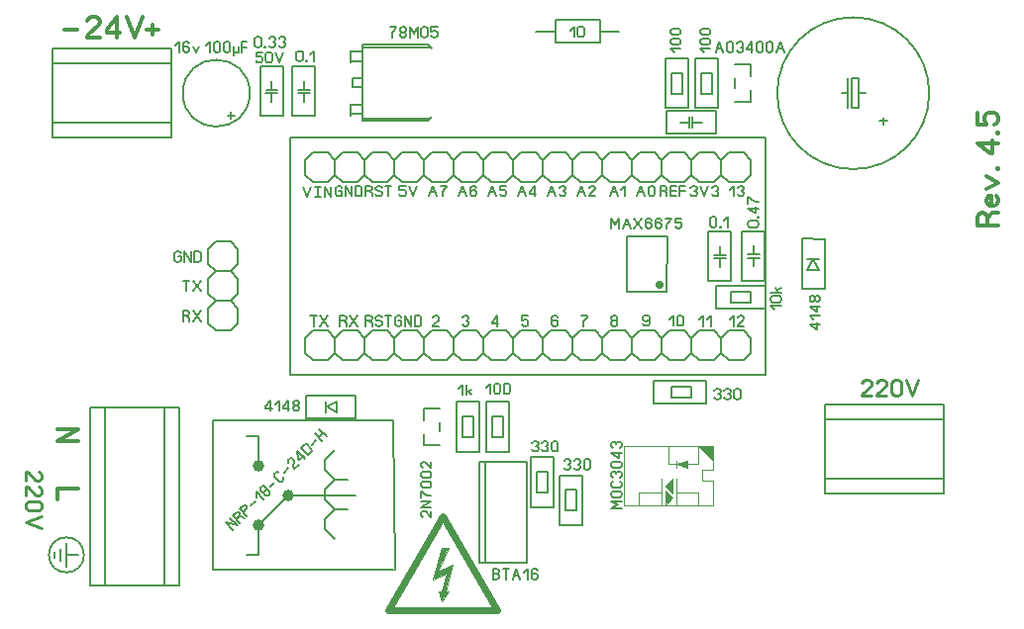
<source format=gbr>
%FSLAX34Y34*%
%MOMM*%
%LNSILK_TOP*%
G71*
G01*
%ADD10C, 0.20*%
%ADD11C, 0.16*%
%ADD12C, 0.70*%
%ADD13C, 0.00*%
%ADD14C, 1.00*%
%ADD15C, 0.15*%
%ADD16C, 0.10*%
%ADD17C, 0.24*%
%ADD18C, 0.32*%
%ADD19C, 0.60*%
%LPD*%
G54D10*
X705330Y831947D02*
X699030Y838247D01*
X686230Y838247D01*
X679930Y831947D01*
X679930Y819147D01*
X686230Y812847D01*
X699030Y812847D01*
X705330Y819147D01*
X705330Y831947D01*
G54D10*
X679930Y831947D02*
X673630Y838247D01*
X660830Y838247D01*
X654530Y831947D01*
X654530Y819147D01*
X660830Y812847D01*
X673630Y812847D01*
X679930Y819147D01*
X679930Y831947D01*
G54D10*
X654530Y831947D02*
X648230Y838247D01*
X635430Y838247D01*
X629130Y831947D01*
X629130Y819147D01*
X635430Y812847D01*
X648230Y812847D01*
X654530Y819147D01*
X654530Y831947D01*
G54D10*
X629130Y831947D02*
X622830Y838247D01*
X610030Y838247D01*
X603730Y831947D01*
X603730Y819147D01*
X610030Y812847D01*
X622830Y812847D01*
X629130Y819147D01*
X629130Y831947D01*
G54D10*
X603730Y831947D02*
X597430Y838247D01*
X584630Y838247D01*
X578330Y831947D01*
X578330Y819147D01*
X584630Y812847D01*
X597430Y812847D01*
X603730Y819147D01*
X603730Y831947D01*
G54D10*
X578330Y831947D02*
X572030Y838247D01*
X559230Y838247D01*
X552930Y831947D01*
X552930Y819147D01*
X559230Y812847D01*
X572030Y812847D01*
X578330Y819147D01*
X578330Y831947D01*
G54D10*
X552930Y831947D02*
X546630Y838247D01*
X533830Y838247D01*
X527530Y831947D01*
X527530Y819147D01*
X533830Y812847D01*
X546630Y812847D01*
X552930Y819147D01*
X552930Y831947D01*
G54D10*
X527530Y831947D02*
X521230Y838247D01*
X508430Y838247D01*
X502130Y831947D01*
X502130Y819147D01*
X508430Y812847D01*
X521230Y812847D01*
X527530Y819147D01*
X527530Y831947D01*
G54D10*
X502130Y831947D02*
X495830Y838247D01*
X483030Y838247D01*
X476730Y831947D01*
X476730Y819147D01*
X483030Y812847D01*
X495830Y812847D01*
X502130Y819147D01*
X502130Y831947D01*
G54D10*
X476730Y831947D02*
X470430Y838247D01*
X457630Y838247D01*
X451330Y831947D01*
X451330Y819147D01*
X457630Y812847D01*
X470430Y812847D01*
X476730Y819147D01*
X476730Y831947D01*
G54D10*
X705330Y679547D02*
X699030Y685847D01*
X686230Y685847D01*
X679930Y679547D01*
X679930Y666747D01*
X686230Y660447D01*
X699030Y660447D01*
X705330Y666747D01*
X705330Y679547D01*
G54D10*
X679930Y679547D02*
X673630Y685847D01*
X660830Y685847D01*
X654530Y679547D01*
X654530Y666747D01*
X660830Y660447D01*
X673630Y660447D01*
X679930Y666747D01*
X679930Y679547D01*
G54D10*
X654530Y679547D02*
X648230Y685847D01*
X635430Y685847D01*
X629130Y679547D01*
X629130Y666747D01*
X635430Y660447D01*
X648230Y660447D01*
X654530Y666747D01*
X654530Y679547D01*
G54D10*
X629130Y679547D02*
X622830Y685847D01*
X610030Y685847D01*
X603730Y679547D01*
X603730Y666747D01*
X610030Y660447D01*
X622830Y660447D01*
X629130Y666747D01*
X629130Y679547D01*
G54D10*
X603730Y679547D02*
X597430Y685847D01*
X584630Y685847D01*
X578330Y679547D01*
X578330Y666747D01*
X584630Y660447D01*
X597430Y660447D01*
X603730Y666747D01*
X603730Y679547D01*
G54D10*
X578330Y679547D02*
X572030Y685847D01*
X559230Y685847D01*
X552930Y679547D01*
X552930Y666747D01*
X559230Y660447D01*
X572030Y660447D01*
X578330Y666747D01*
X578330Y679547D01*
G54D10*
X552930Y679547D02*
X546630Y685847D01*
X533830Y685847D01*
X527530Y679547D01*
X527530Y666747D01*
X533830Y660447D01*
X546630Y660447D01*
X552930Y666747D01*
X552930Y679547D01*
G54D10*
X527530Y679547D02*
X521230Y685847D01*
X508430Y685847D01*
X502130Y679547D01*
X502130Y666747D01*
X508430Y660447D01*
X521230Y660447D01*
X527530Y666747D01*
X527530Y679547D01*
G54D10*
X502130Y679547D02*
X495830Y685847D01*
X483030Y685847D01*
X476730Y679547D01*
X476730Y666747D01*
X483030Y660447D01*
X495830Y660447D01*
X502130Y666747D01*
X502130Y679547D01*
G54D10*
X476730Y679547D02*
X470430Y685847D01*
X457630Y685847D01*
X451330Y679547D01*
X451330Y666747D01*
X457630Y660447D01*
X470430Y660447D01*
X476730Y666747D01*
X476730Y679547D01*
G54D10*
X451330Y831947D02*
X445030Y838247D01*
X432230Y838247D01*
X425930Y831947D01*
X425930Y819147D01*
X432230Y812847D01*
X445030Y812847D01*
X451330Y819147D01*
X451330Y831947D01*
G54D10*
X425930Y831947D02*
X419630Y838247D01*
X406830Y838247D01*
X400530Y831947D01*
X400530Y819147D01*
X406830Y812847D01*
X419630Y812847D01*
X425930Y819147D01*
X425930Y831947D01*
G54D10*
X400530Y831947D02*
X394230Y838247D01*
X381430Y838247D01*
X375130Y831947D01*
X375130Y819147D01*
X381430Y812847D01*
X394230Y812847D01*
X400530Y819147D01*
X400530Y831947D01*
G54D10*
X375130Y831947D02*
X368830Y838247D01*
X356030Y838247D01*
X349730Y831947D01*
X349730Y819147D01*
X356030Y812847D01*
X368830Y812847D01*
X375130Y819147D01*
X375130Y831947D01*
G54D10*
X349730Y831947D02*
X343430Y838247D01*
X330630Y838247D01*
X324330Y831947D01*
X324330Y819147D01*
X330630Y812847D01*
X343430Y812847D01*
X349730Y819147D01*
X349730Y831947D01*
G54D10*
X451330Y679547D02*
X445030Y685847D01*
X432230Y685847D01*
X425930Y679547D01*
X425930Y666747D01*
X432230Y660447D01*
X445030Y660447D01*
X451330Y666747D01*
X451330Y679547D01*
G54D10*
X425930Y679547D02*
X419630Y685847D01*
X406830Y685847D01*
X400530Y679547D01*
X400530Y666747D01*
X406830Y660447D01*
X419630Y660447D01*
X425930Y666747D01*
X425930Y679547D01*
G54D10*
X400530Y679547D02*
X394230Y685847D01*
X381430Y685847D01*
X375130Y679547D01*
X375130Y666747D01*
X381430Y660447D01*
X394230Y660447D01*
X400530Y666747D01*
X400530Y679547D01*
G54D10*
X375130Y679547D02*
X368830Y685847D01*
X356030Y685847D01*
X349730Y679547D01*
X349730Y666747D01*
X356030Y660447D01*
X368830Y660447D01*
X375130Y666747D01*
X375130Y679547D01*
G54D10*
X349730Y679547D02*
X343430Y685847D01*
X330630Y685847D01*
X324330Y679547D01*
X324330Y666747D01*
X330630Y660447D01*
X343430Y660447D01*
X349730Y666747D01*
X349730Y679547D01*
G54D10*
X718030Y850947D02*
X718030Y647747D01*
X311630Y647747D01*
X311630Y850947D01*
X718030Y850947D01*
G54D11*
X687512Y695213D02*
X690846Y698547D01*
X690846Y689658D01*
G54D11*
X699290Y689658D02*
X693956Y689658D01*
X693956Y690213D01*
X694623Y691324D01*
X698623Y694658D01*
X699290Y695769D01*
X699290Y696880D01*
X698623Y697991D01*
X697290Y698547D01*
X695956Y698547D01*
X694623Y697991D01*
X693956Y696880D01*
G54D11*
X661172Y695301D02*
X664505Y698634D01*
X664505Y689746D01*
G54D11*
X667616Y695301D02*
X670949Y698635D01*
X670949Y689746D01*
G54D11*
X589030Y694102D02*
X587696Y694102D01*
X586363Y694658D01*
X585696Y695769D01*
X585696Y696880D01*
X586363Y697991D01*
X587696Y698547D01*
X589030Y698547D01*
X590363Y697991D01*
X591030Y696880D01*
X591030Y695769D01*
X590363Y694658D01*
X589030Y694102D01*
X590363Y693547D01*
X591029Y692436D01*
X591030Y691325D01*
X590363Y690214D01*
X589030Y689658D01*
X587696Y689658D01*
X586363Y690214D01*
X585696Y691325D01*
X585696Y692436D01*
X586363Y693547D01*
X587696Y694102D01*
G54D11*
X560290Y698456D02*
X565624Y698456D01*
X564957Y697345D01*
X563624Y695678D01*
X562290Y693456D01*
X561624Y691789D01*
X561624Y689567D01*
G54D11*
X540230Y696880D02*
X539563Y697991D01*
X538229Y698547D01*
X536896Y698547D01*
X535563Y697991D01*
X534896Y696880D01*
X534896Y694102D01*
X534896Y693547D01*
X536896Y694658D01*
X538230Y694658D01*
X539563Y694102D01*
X540229Y692991D01*
X540229Y691325D01*
X539563Y690214D01*
X538230Y689658D01*
X536896Y689658D01*
X535563Y690214D01*
X534896Y691325D01*
X534896Y694102D01*
G54D11*
X514830Y698547D02*
X509496Y698547D01*
X509496Y694658D01*
X510163Y694658D01*
X511496Y695214D01*
X512830Y695214D01*
X514163Y694658D01*
X514829Y693547D01*
X514830Y691325D01*
X514163Y690214D01*
X512830Y689658D01*
X511496Y689658D01*
X510163Y690214D01*
X509496Y691325D01*
G54D11*
X488187Y689571D02*
X488187Y698460D01*
X484187Y692904D01*
X484187Y691793D01*
X489520Y691793D01*
G54D11*
X458611Y696880D02*
X459278Y697991D01*
X460611Y698547D01*
X461944Y698547D01*
X463278Y697991D01*
X463944Y696880D01*
X463944Y695769D01*
X463278Y694658D01*
X461944Y694102D01*
X463278Y693547D01*
X463944Y692436D01*
X463944Y691325D01*
X463278Y690214D01*
X461944Y689658D01*
X460611Y689658D01*
X459278Y690214D01*
X458611Y691325D01*
G54D11*
X438630Y689658D02*
X433296Y689658D01*
X433296Y690214D01*
X433963Y691325D01*
X437963Y694658D01*
X438629Y695769D01*
X438630Y696880D01*
X437963Y697991D01*
X436630Y698547D01*
X435296Y698547D01*
X433963Y697991D01*
X433296Y696880D01*
G54D11*
X403867Y694102D02*
X406534Y694102D01*
X406533Y691325D01*
X405867Y690214D01*
X404534Y689658D01*
X403200Y689658D01*
X401867Y690214D01*
X401200Y691325D01*
X401200Y696880D01*
X401867Y697991D01*
X403200Y698547D01*
X404534Y698547D01*
X405867Y697991D01*
X406533Y696880D01*
G54D11*
X409644Y689658D02*
X409644Y698547D01*
X414978Y689658D01*
X414977Y698547D01*
G54D11*
X418088Y689658D02*
X418088Y698547D01*
X421422Y698547D01*
X422755Y697991D01*
X423422Y696880D01*
X423422Y691325D01*
X422755Y690214D01*
X421421Y689658D01*
X418088Y689658D01*
G54D11*
X378558Y694102D02*
X380558Y692991D01*
X381225Y691880D01*
X381225Y689658D01*
G54D11*
X375891Y689658D02*
X375891Y698547D01*
X379224Y698547D01*
X380558Y697991D01*
X381224Y696880D01*
X381224Y695769D01*
X380558Y694658D01*
X379224Y694102D01*
X375891Y694102D01*
G54D11*
X384335Y691325D02*
X385002Y690214D01*
X386335Y689658D01*
X387668Y689658D01*
X389002Y690214D01*
X389668Y691325D01*
X389668Y692436D01*
X389002Y693547D01*
X387668Y694102D01*
X386335Y694102D01*
X385002Y694658D01*
X384335Y695769D01*
X384335Y696880D01*
X385002Y697991D01*
X386335Y698547D01*
X387668Y698547D01*
X389002Y697991D01*
X389668Y696880D01*
G54D11*
X395446Y689658D02*
X395446Y698547D01*
G54D11*
X392779Y698547D02*
X398112Y698547D01*
G54D11*
X356724Y694097D02*
X358724Y692986D01*
X359390Y691875D01*
X359390Y689653D01*
G54D11*
X354057Y689653D02*
X354057Y698542D01*
X357390Y698542D01*
X358724Y697986D01*
X359390Y696875D01*
X359390Y695764D01*
X358724Y694653D01*
X357390Y694097D01*
X354057Y694098D01*
G54D11*
X362501Y698542D02*
X369168Y689653D01*
G54D11*
X362501Y689653D02*
X369168Y698542D01*
G54D11*
X331233Y689653D02*
X331233Y698542D01*
G54D11*
X328566Y698542D02*
X333900Y698542D01*
G54D11*
X337010Y698542D02*
X343677Y689653D01*
G54D11*
X337010Y689653D02*
X343677Y698542D01*
G54D11*
X687512Y806339D02*
X690845Y809672D01*
X690845Y800783D01*
G54D11*
X693956Y808005D02*
X694623Y809116D01*
X695956Y809672D01*
X697290Y809672D01*
X698623Y809116D01*
X699290Y808005D01*
X699290Y806894D01*
X698623Y805783D01*
X697290Y805228D01*
X698623Y804672D01*
X699290Y803561D01*
X699290Y802450D01*
X698623Y801339D01*
X697290Y800783D01*
X695956Y800783D01*
X694623Y801339D01*
X693956Y802450D01*
G54D11*
X653781Y808005D02*
X654448Y809116D01*
X655781Y809672D01*
X657114Y809672D01*
X658448Y809116D01*
X659114Y808005D01*
X659114Y806894D01*
X658448Y805783D01*
X657114Y805228D01*
X658448Y804672D01*
X659114Y803561D01*
X659114Y802450D01*
X658448Y801339D01*
X657114Y800783D01*
X655781Y800783D01*
X654448Y801339D01*
X653781Y802450D01*
G54D11*
X662225Y809672D02*
X665558Y800783D01*
X668892Y809672D01*
G54D11*
X672003Y808005D02*
X672670Y809116D01*
X674003Y809672D01*
X675336Y809672D01*
X676670Y809116D01*
X677336Y808005D01*
X677336Y806894D01*
X676670Y805783D01*
X675336Y805228D01*
X676670Y804672D01*
X677336Y803561D01*
X677336Y802450D01*
X676670Y801339D01*
X675336Y800783D01*
X674003Y800783D01*
X672670Y801339D01*
X672003Y802450D01*
G54D11*
X630716Y805228D02*
X632716Y804116D01*
X633382Y803005D01*
X633382Y800783D01*
G54D11*
X628049Y800783D02*
X628049Y809672D01*
X631382Y809672D01*
X632716Y809116D01*
X633382Y808005D01*
X633382Y806894D01*
X632716Y805783D01*
X631382Y805228D01*
X628049Y805228D01*
G54D11*
X641160Y800783D02*
X636493Y800783D01*
X636493Y809672D01*
X641160Y809672D01*
G54D11*
X636493Y805228D02*
X641160Y805228D01*
G54D11*
X644271Y800783D02*
X644271Y809672D01*
X648938Y809672D01*
G54D11*
X644271Y805228D02*
X648938Y805228D01*
G54D11*
X607958Y800783D02*
X611291Y809672D01*
X614625Y800783D01*
G54D11*
X609292Y804116D02*
X613292Y804116D01*
G54D11*
X623070Y808005D02*
X623070Y802450D01*
X622403Y801339D01*
X621070Y800783D01*
X619736Y800783D01*
X618403Y801339D01*
X617736Y802450D01*
X617736Y808005D01*
X618403Y809116D01*
X619736Y809672D01*
X621070Y809672D01*
X622403Y809116D01*
X623070Y808005D01*
G54D11*
X584558Y800783D02*
X587892Y809672D01*
X591225Y800783D01*
G54D11*
X585892Y804116D02*
X589892Y804116D01*
G54D11*
X594336Y806339D02*
X597670Y809672D01*
X597670Y800783D01*
G54D11*
X557158Y800783D02*
X560492Y809672D01*
X563825Y800783D01*
G54D11*
X558492Y804116D02*
X562491Y804116D01*
G54D11*
X572270Y800783D02*
X566936Y800783D01*
X566936Y801339D01*
X567603Y802450D01*
X571603Y805783D01*
X572270Y806894D01*
X572269Y808005D01*
X571603Y809116D01*
X570269Y809672D01*
X568936Y809672D01*
X567603Y809116D01*
X566936Y808005D01*
G54D11*
X531758Y800783D02*
X535092Y809672D01*
X538425Y800783D01*
G54D11*
X533092Y804116D02*
X537092Y804116D01*
G54D11*
X541536Y808005D02*
X542203Y809116D01*
X543536Y809672D01*
X544870Y809672D01*
X546203Y809116D01*
X546870Y808005D01*
X546870Y806894D01*
X546203Y805783D01*
X544870Y805228D01*
X546203Y804672D01*
X546870Y803561D01*
X546870Y802450D01*
X546203Y801339D01*
X544870Y800783D01*
X543536Y800783D01*
X542203Y801339D01*
X541536Y802450D01*
G54D11*
X506449Y800779D02*
X509782Y809667D01*
X513116Y800779D01*
G54D11*
X507782Y804112D02*
X511782Y804112D01*
G54D11*
X520227Y800779D02*
X520227Y809667D01*
X516227Y804112D01*
X516227Y803001D01*
X521560Y803001D01*
G54D11*
X480958Y800783D02*
X484291Y809672D01*
X487625Y800783D01*
G54D11*
X482292Y804116D02*
X486292Y804116D01*
G54D11*
X496069Y809672D02*
X490736Y809672D01*
X490736Y805783D01*
X491403Y805783D01*
X492736Y806339D01*
X494070Y806339D01*
X495403Y805783D01*
X496070Y804672D01*
X496070Y802450D01*
X495403Y801339D01*
X494070Y800783D01*
X492736Y800783D01*
X491403Y801339D01*
X490736Y802450D01*
G54D11*
X455558Y800783D02*
X458891Y809672D01*
X462225Y800783D01*
G54D11*
X456891Y804116D02*
X460892Y804116D01*
G54D11*
X470670Y808005D02*
X470003Y809116D01*
X468670Y809672D01*
X467336Y809672D01*
X466003Y809116D01*
X465336Y808005D01*
X465336Y805228D01*
X465336Y804672D01*
X467336Y805783D01*
X468670Y805783D01*
X470003Y805228D01*
X470670Y804116D01*
X470669Y802450D01*
X470003Y801339D01*
X468669Y800783D01*
X467336Y800783D01*
X466003Y801339D01*
X465336Y802450D01*
X465336Y805228D01*
G54D11*
X430243Y800775D02*
X433576Y809663D01*
X436910Y800775D01*
G54D11*
X431576Y804108D02*
X435576Y804108D01*
G54D11*
X440021Y809663D02*
X445354Y809663D01*
X444688Y808552D01*
X443354Y806886D01*
X442021Y804663D01*
X441354Y802997D01*
X441354Y800775D01*
G54D11*
X410180Y809672D02*
X404846Y809672D01*
X404846Y805783D01*
X405513Y805783D01*
X406846Y806339D01*
X408180Y806339D01*
X409513Y805783D01*
X410179Y804672D01*
X410180Y802450D01*
X409513Y801339D01*
X408180Y800783D01*
X406846Y800783D01*
X405513Y801339D01*
X404846Y802450D01*
G54D11*
X413290Y809672D02*
X416624Y800783D01*
X419957Y809672D01*
G54D11*
X378558Y805228D02*
X380558Y804116D01*
X381225Y803005D01*
X381225Y800783D01*
G54D11*
X375891Y800783D02*
X375891Y809672D01*
X379224Y809672D01*
X380558Y809116D01*
X381224Y808005D01*
X381224Y806894D01*
X380558Y805783D01*
X379224Y805228D01*
X375891Y805228D01*
G54D11*
X384335Y802450D02*
X385002Y801339D01*
X386335Y800783D01*
X387668Y800783D01*
X389002Y801339D01*
X389668Y802450D01*
X389668Y803561D01*
X389002Y804672D01*
X387668Y805228D01*
X386335Y805227D01*
X385002Y805783D01*
X384335Y806894D01*
X384335Y808005D01*
X385002Y809116D01*
X386335Y809672D01*
X387668Y809672D01*
X389002Y809116D01*
X389668Y808005D01*
G54D11*
X395446Y800783D02*
X395446Y809672D01*
G54D11*
X392779Y809672D02*
X398112Y809672D01*
G54D11*
X353067Y805228D02*
X355734Y805228D01*
X355733Y802450D01*
X355067Y801339D01*
X353734Y800783D01*
X352400Y800783D01*
X351067Y801339D01*
X350400Y802450D01*
X350400Y808005D01*
X351067Y809116D01*
X352400Y809672D01*
X353734Y809672D01*
X355067Y809116D01*
X355734Y808005D01*
G54D11*
X358844Y800783D02*
X358844Y809672D01*
X364177Y800783D01*
X364177Y809672D01*
G54D11*
X367288Y800783D02*
X367288Y809672D01*
X370622Y809672D01*
X371955Y809116D01*
X372622Y808005D01*
X372621Y802450D01*
X371955Y801339D01*
X370621Y800783D01*
X367288Y800783D01*
G54D11*
X322487Y809167D02*
X325820Y800278D01*
X329154Y809167D01*
G54D11*
X332265Y800278D02*
X337598Y800278D01*
G54D11*
X334932Y800278D02*
X334932Y809167D01*
G54D11*
X332265Y809167D02*
X337598Y809167D01*
G54D11*
X340709Y800278D02*
X340709Y809167D01*
X346042Y800278D01*
X346042Y809167D01*
G54D11*
X613118Y691618D02*
X613784Y690507D01*
X615118Y689952D01*
X616451Y689952D01*
X617784Y690507D01*
X618451Y691618D01*
X618451Y694396D01*
X618451Y694952D01*
X616451Y693840D01*
X615118Y693840D01*
X613784Y694396D01*
X613118Y695507D01*
X613118Y697174D01*
X613784Y698285D01*
X615118Y698840D01*
X616451Y698840D01*
X617784Y698285D01*
X618451Y697174D01*
X618451Y694396D01*
G54D11*
X635564Y695352D02*
X638897Y698685D01*
X638897Y689797D01*
G54D11*
X647341Y697019D02*
X647341Y691463D01*
X646674Y690352D01*
X645341Y689797D01*
X644008Y689797D01*
X642674Y690352D01*
X642008Y691463D01*
X642008Y697019D01*
X642674Y698130D01*
X644008Y698685D01*
X645341Y698685D01*
X646674Y698130D01*
X647341Y697019D01*
G54D10*
X633473Y719209D02*
X599269Y719168D01*
X599286Y766732D01*
X633529Y766731D01*
X633467Y719224D01*
X627426Y725221D02*
G54D12*
D03*
G54D13*
X309658Y544858D02*
X309658Y544858D01*
G54D10*
X284258Y519458D02*
X284258Y494058D01*
G54D10*
X274425Y494033D02*
X284258Y494058D01*
G54D10*
X273858Y595658D02*
X284258Y595658D01*
G54D10*
X284258Y595658D02*
X284258Y570258D01*
X284258Y570258D02*
G54D14*
D03*
X284258Y519458D02*
G54D14*
D03*
X309658Y544858D02*
G54D14*
D03*
G54D15*
X284258Y519458D02*
X309658Y544858D01*
G54D10*
X245058Y609058D02*
X399125Y608820D01*
G54D10*
X399125Y608820D02*
X400792Y481114D01*
G54D10*
X244875Y481325D02*
X399124Y481353D01*
G54D10*
X245058Y609058D02*
X244875Y481325D01*
G54D15*
X340658Y524258D02*
X349458Y533058D01*
G54D15*
X340758Y515858D02*
X349558Y507058D01*
G54D10*
X340758Y523658D02*
X340758Y523658D01*
G54D10*
X340758Y523658D02*
X340758Y515658D01*
G54D10*
X350058Y532458D02*
X360258Y532458D01*
G54D15*
X340658Y575058D02*
X349458Y583858D01*
G54D15*
X340758Y566658D02*
X349558Y557858D01*
G54D10*
X340758Y574458D02*
X340758Y574458D01*
G54D10*
X340758Y574458D02*
X340758Y566458D01*
G54D10*
X350058Y557858D02*
X360258Y557858D01*
G54D10*
X350058Y557858D02*
X360258Y557858D01*
G54D15*
X340658Y549658D02*
X349458Y558458D01*
G54D15*
X340758Y541258D02*
X349558Y532458D01*
G54D10*
X340758Y549058D02*
X340758Y549058D01*
G54D10*
X340758Y549058D02*
X340758Y541058D01*
G54D10*
X350058Y532458D02*
X360258Y532458D01*
G54D10*
X350058Y557858D02*
X360258Y557858D01*
G54D10*
X350058Y532458D02*
X360258Y532458D01*
G54D10*
X309658Y544858D02*
X366808Y544858D01*
G54D10*
X438944Y587354D02*
X425944Y587354D01*
X425944Y597354D01*
G54D10*
X425944Y609354D02*
X425944Y619354D01*
X438944Y619354D01*
G54D10*
X438944Y607354D02*
X438944Y599354D01*
G54D10*
X453892Y582053D02*
X453818Y624640D01*
X473264Y624618D01*
X473265Y582051D01*
X453875Y582065D01*
G54D10*
X458669Y594574D02*
X458669Y612221D01*
X468380Y612221D01*
X468380Y594574D01*
X458669Y594574D01*
G54D10*
X479292Y582053D02*
X479218Y624640D01*
X498664Y624618D01*
X498665Y582051D01*
X479275Y582065D01*
G54D10*
X484069Y594574D02*
X484069Y612221D01*
X493780Y612221D01*
X493780Y594574D01*
X484069Y594574D01*
G54D16*
X673230Y536428D02*
X673210Y557115D01*
X663709Y557115D01*
X663709Y566515D01*
X673209Y566515D01*
X673183Y587215D01*
X597009Y587220D01*
X597003Y536409D01*
X673228Y536422D01*
G36*
X673183Y587215D02*
X673183Y574515D01*
X660383Y587215D01*
X673183Y587215D01*
G37*
G54D13*
X673183Y587215D02*
X673183Y574515D01*
X660383Y587215D01*
X673183Y587215D01*
G54D16*
X660509Y587215D02*
X660509Y571340D01*
X635109Y571340D01*
X635109Y587215D01*
G36*
X641459Y571340D02*
X650984Y568165D01*
X650984Y574515D01*
X641459Y571340D01*
G37*
G54D16*
X641459Y571340D02*
X650984Y568165D01*
X650984Y574515D01*
X641459Y571340D01*
G54D16*
X641459Y568165D02*
X641459Y574515D01*
G36*
X638284Y542765D02*
X631934Y536415D01*
X631934Y549115D01*
X638284Y542765D01*
G37*
G54D16*
X638284Y542765D02*
X631934Y536415D01*
X631934Y549115D01*
X638284Y542765D01*
G36*
X638284Y545940D02*
X631934Y552290D01*
X638284Y558640D01*
X638284Y545940D01*
G37*
G54D16*
X638284Y545940D02*
X631934Y552290D01*
X638284Y558640D01*
X638284Y545940D01*
G54D16*
X628759Y536415D02*
X628759Y558640D01*
G54D16*
X641459Y536415D02*
X641459Y558640D01*
G54D16*
X628759Y547527D02*
X609709Y547527D01*
X609709Y536415D01*
G54D16*
X641459Y547527D02*
X660510Y547527D01*
X660509Y536415D01*
G54D11*
X594628Y533240D02*
X585739Y533240D01*
X591295Y536573D01*
X585740Y539907D01*
X594628Y539907D01*
G54D11*
X587406Y548352D02*
X592962Y548351D01*
X594073Y547685D01*
X594628Y546351D01*
X594628Y545018D01*
X594073Y543685D01*
X592962Y543018D01*
X587406Y543018D01*
X586295Y543685D01*
X585740Y545018D01*
X585740Y546351D01*
X586295Y547685D01*
X587406Y548352D01*
G54D11*
X592962Y556795D02*
X594073Y556129D01*
X594628Y554795D01*
X594628Y553462D01*
X594073Y552129D01*
X592962Y551462D01*
X587406Y551462D01*
X586295Y552129D01*
X585739Y553462D01*
X585739Y554795D01*
X586295Y556129D01*
X587406Y556795D01*
G54D11*
X587406Y559906D02*
X586295Y560573D01*
X585740Y561906D01*
X585739Y563240D01*
X586295Y564573D01*
X587406Y565240D01*
X588517Y565239D01*
X589628Y564573D01*
X590184Y563239D01*
X590740Y564573D01*
X591851Y565239D01*
X592962Y565239D01*
X594073Y564573D01*
X594628Y563239D01*
X594628Y561906D01*
X594073Y560573D01*
X592962Y559906D01*
G54D11*
X587406Y573683D02*
X592962Y573683D01*
X594073Y573017D01*
X594628Y571684D01*
X594628Y570350D01*
X594073Y569017D01*
X592962Y568350D01*
X587406Y568350D01*
X586295Y569017D01*
X585739Y570350D01*
X585739Y571684D01*
X586295Y573017D01*
X587406Y573683D01*
G54D11*
X594628Y580794D02*
X585740Y580794D01*
X591295Y576794D01*
X592406Y576794D01*
X592406Y582127D01*
G54D11*
X587406Y585238D02*
X586295Y585905D01*
X585740Y587238D01*
X585739Y588572D01*
X586295Y589905D01*
X587406Y590572D01*
X588517Y590572D01*
X589628Y589905D01*
X590184Y588572D01*
X590740Y589905D01*
X591850Y590572D01*
X592962Y590572D01*
X594073Y589905D01*
X594628Y588572D01*
X594628Y587238D01*
X594073Y585905D01*
X592962Y585238D01*
G54D10*
X622398Y642712D02*
X666985Y642787D01*
X666963Y623340D01*
X622313Y623299D01*
X622315Y642708D01*
G54D10*
X636919Y637936D02*
X654566Y637936D01*
X654566Y628225D01*
X636919Y628225D01*
X636919Y637936D01*
G54D10*
X473247Y487272D02*
X513947Y487272D01*
X513947Y573672D01*
X473247Y573672D01*
X473247Y487272D01*
G54D10*
X478347Y487272D02*
X478347Y573672D01*
G54D11*
X484529Y473004D02*
X484529Y481892D01*
X487862Y481893D01*
X489196Y481337D01*
X489862Y480226D01*
X489862Y479115D01*
X489196Y478004D01*
X487862Y477448D01*
X489196Y476892D01*
X489863Y475782D01*
X489862Y474670D01*
X489196Y473559D01*
X487863Y473004D01*
X484529Y473004D01*
G54D11*
X484529Y477448D02*
X487862Y477448D01*
G54D11*
X495640Y473004D02*
X495640Y481893D01*
G54D11*
X492973Y481892D02*
X498307Y481892D01*
G54D11*
X501417Y473004D02*
X504750Y481892D01*
X508084Y473004D01*
G54D11*
X502750Y476337D02*
X506751Y476337D01*
G54D11*
X511195Y478559D02*
X514529Y481893D01*
X514528Y473004D01*
G54D11*
X522973Y480226D02*
X522306Y481337D01*
X520973Y481892D01*
X519640Y481892D01*
X518306Y481337D01*
X517639Y480226D01*
X517639Y477448D01*
X517639Y476893D01*
X519639Y478004D01*
X520973Y478004D01*
X522306Y477448D01*
X522973Y476337D01*
X522973Y474670D01*
X522306Y473560D01*
X520973Y473004D01*
X519639Y473004D01*
X518306Y473559D01*
X517639Y474670D01*
X517639Y477448D01*
G54D10*
X517367Y534756D02*
X517293Y577343D01*
X536738Y577321D01*
X536738Y534754D01*
X517349Y534768D01*
G54D10*
X522143Y547277D02*
X522143Y564924D01*
X531854Y564924D01*
X531854Y547277D01*
X522143Y547277D01*
G54D10*
X561078Y561850D02*
X561152Y519263D01*
X541706Y519285D01*
X541705Y561852D01*
X561096Y561837D01*
G54D10*
X556302Y549328D02*
X556302Y531681D01*
X546590Y531681D01*
X546590Y549328D01*
X556302Y549328D01*
G54D10*
X152739Y620258D02*
X203539Y620258D01*
X203539Y467858D01*
X152739Y467858D01*
X152739Y620258D01*
G54D10*
X140039Y620258D02*
X216239Y620258D01*
X216239Y467858D01*
X140039Y467858D01*
X140039Y620258D01*
G54D10*
X768892Y609650D02*
X870492Y609650D01*
X870492Y558850D01*
X768892Y558850D01*
X768892Y609650D01*
G54D10*
X768892Y622350D02*
X870492Y622350D01*
X870492Y546150D01*
X768892Y546150D01*
X768892Y622350D01*
G54D11*
X431978Y531390D02*
X431978Y526056D01*
X431422Y526056D01*
X430311Y526723D01*
X426978Y530723D01*
X425867Y531390D01*
X424756Y531390D01*
X423644Y530723D01*
X423089Y529390D01*
X423089Y528056D01*
X423644Y526723D01*
X424756Y526056D01*
G54D11*
X431978Y534500D02*
X423089Y534500D01*
X431978Y539834D01*
X423089Y539834D01*
G54D11*
X423089Y542944D02*
X423089Y548278D01*
X424200Y547611D01*
X425867Y546278D01*
X428089Y544944D01*
X429756Y544278D01*
X431978Y544278D01*
G54D11*
X424756Y556722D02*
X430311Y556722D01*
X431422Y556055D01*
X431978Y554722D01*
X431978Y553388D01*
X431422Y552055D01*
X430311Y551388D01*
X424756Y551388D01*
X423644Y552055D01*
X423089Y553388D01*
X423089Y554722D01*
X423644Y556055D01*
X424756Y556722D01*
G54D11*
X424756Y565166D02*
X430311Y565166D01*
X431422Y564499D01*
X431978Y563166D01*
X431978Y561832D01*
X431422Y560499D01*
X430311Y559832D01*
X424756Y559832D01*
X423644Y560499D01*
X423089Y561832D01*
X423089Y563166D01*
X423644Y564499D01*
X424756Y565166D01*
G54D11*
X431978Y573610D02*
X431978Y568276D01*
X431422Y568276D01*
X430311Y568943D01*
X426978Y572943D01*
X425867Y573610D01*
X424756Y573610D01*
X423644Y572943D01*
X423089Y571610D01*
X423089Y570276D01*
X423644Y568943D01*
X424756Y568276D01*
G54D11*
X455567Y636101D02*
X458901Y639434D01*
X458901Y630546D01*
G54D11*
X462011Y630546D02*
X462011Y639434D01*
G54D11*
X464011Y633879D02*
X466011Y630546D01*
G54D11*
X462011Y632768D02*
X466011Y635546D01*
G54D11*
X479065Y637100D02*
X482398Y640434D01*
X482398Y631545D01*
G54D11*
X490842Y638767D02*
X490842Y633211D01*
X490176Y632100D01*
X488842Y631545D01*
X487509Y631545D01*
X486176Y632100D01*
X485509Y633211D01*
X485509Y638767D01*
X486176Y639878D01*
X487509Y640434D01*
X488842Y640434D01*
X490176Y639878D01*
X490842Y638767D01*
G54D11*
X499286Y638767D02*
X499286Y633211D01*
X498620Y632100D01*
X497286Y631545D01*
X495953Y631545D01*
X494620Y632100D01*
X493953Y633211D01*
X493953Y638767D01*
X494620Y639878D01*
X495953Y640434D01*
X497286Y640434D01*
X498620Y639878D01*
X499286Y638767D01*
G54D11*
X545586Y573905D02*
X546253Y575016D01*
X547586Y575572D01*
X548920Y575572D01*
X550253Y575016D01*
X550920Y573905D01*
X550920Y572794D01*
X550253Y571683D01*
X548920Y571128D01*
X550253Y570572D01*
X550920Y569461D01*
X550920Y568350D01*
X550253Y567239D01*
X548920Y566683D01*
X547586Y566683D01*
X546253Y567239D01*
X545586Y568350D01*
G54D11*
X554030Y573905D02*
X554697Y575016D01*
X556030Y575572D01*
X557364Y575572D01*
X558697Y575016D01*
X559364Y573905D01*
X559364Y572794D01*
X558697Y571683D01*
X557364Y571128D01*
X558697Y570572D01*
X559364Y569461D01*
X559364Y568350D01*
X558697Y567239D01*
X557364Y566683D01*
X556030Y566683D01*
X554697Y567239D01*
X554030Y568350D01*
G54D11*
X567808Y573905D02*
X567808Y568350D01*
X567141Y567239D01*
X565808Y566683D01*
X564474Y566683D01*
X563141Y567239D01*
X562474Y568350D01*
X562474Y573905D01*
X563141Y575016D01*
X564474Y575572D01*
X565808Y575572D01*
X567141Y575016D01*
X567808Y573905D01*
G54D11*
X518099Y589612D02*
X518766Y590723D01*
X520099Y591279D01*
X521432Y591279D01*
X522766Y590723D01*
X523432Y589612D01*
X523432Y588501D01*
X522766Y587390D01*
X521432Y586834D01*
X522766Y586279D01*
X523432Y585168D01*
X523432Y584057D01*
X522766Y582946D01*
X521432Y582390D01*
X520099Y582390D01*
X518766Y582946D01*
X518099Y584057D01*
G54D11*
X526543Y589612D02*
X527210Y590723D01*
X528543Y591279D01*
X529876Y591279D01*
X531210Y590723D01*
X531876Y589612D01*
X531876Y588501D01*
X531210Y587390D01*
X529876Y586834D01*
X531210Y586279D01*
X531876Y585168D01*
X531876Y584057D01*
X531210Y582946D01*
X529876Y582390D01*
X528543Y582390D01*
X527210Y582946D01*
X526543Y584057D01*
G54D11*
X540320Y589612D02*
X540320Y584057D01*
X539654Y582946D01*
X538320Y582390D01*
X536987Y582390D01*
X535654Y582946D01*
X534987Y584057D01*
X534987Y589612D01*
X535654Y590723D01*
X536987Y591279D01*
X538320Y591279D01*
X539654Y590723D01*
X540320Y589612D01*
G54D11*
X262497Y515053D02*
X256211Y521338D01*
X266268Y518824D01*
X259983Y525110D01*
G54D11*
X267210Y526052D02*
X269410Y526681D01*
X270667Y526366D01*
X272239Y524795D01*
G54D11*
X268468Y521024D02*
X262182Y527309D01*
X264539Y529666D01*
X265875Y530216D01*
X267132Y529902D01*
X267918Y529116D01*
X268232Y527859D01*
X267682Y526524D01*
X265325Y524166D01*
G54D11*
X274438Y526995D02*
X268153Y533280D01*
X270510Y535637D01*
X271846Y536187D01*
X273103Y535873D01*
X273888Y535087D01*
X274203Y533830D01*
X273653Y532494D01*
X271296Y530137D01*
G54D11*
X277659Y535715D02*
X281431Y539486D01*
G54D11*
X282452Y542865D02*
X282452Y547579D01*
X288737Y541293D01*
G54D11*
X290151Y548993D02*
X289208Y548050D01*
X287872Y547500D01*
X286615Y547814D01*
X285830Y548600D01*
X285515Y549857D01*
X286065Y551192D01*
X287008Y552135D01*
X288344Y552685D01*
X289601Y552371D01*
X290387Y551585D01*
X290701Y550328D01*
X290151Y548993D01*
X291487Y549542D01*
X292744Y549228D01*
X293529Y548443D01*
X293844Y547186D01*
X293294Y545850D01*
X292351Y544907D01*
X291015Y544357D01*
X289758Y544671D01*
X288972Y545457D01*
X288658Y546714D01*
X289208Y548050D01*
G54D11*
X294158Y552214D02*
X297929Y555985D01*
G54D11*
X305471Y560384D02*
X305785Y559127D01*
X305235Y557792D01*
X304292Y556849D01*
X302957Y556299D01*
X301700Y556613D01*
X297771Y560541D01*
X297457Y561798D01*
X298007Y563134D01*
X298950Y564077D01*
X300286Y564627D01*
X301543Y564313D01*
G54D11*
X306099Y564155D02*
X309870Y567926D01*
G54D11*
X318591Y571147D02*
X314820Y567376D01*
X314427Y567769D01*
X314113Y569026D01*
X314584Y574211D01*
X314270Y575468D01*
X313484Y576254D01*
X312227Y576568D01*
X310891Y576018D01*
X309949Y575076D01*
X309399Y573740D01*
X309713Y572483D01*
G54D11*
X323619Y576175D02*
X317334Y582461D01*
X318434Y575704D01*
X319219Y574918D01*
X322990Y578690D01*
G54D11*
X326761Y579318D02*
X320476Y585603D01*
X322833Y587960D01*
X324169Y588510D01*
X325426Y588196D01*
X329354Y584267D01*
X329668Y583010D01*
X329118Y581675D01*
X326761Y579318D01*
G54D11*
X329982Y588038D02*
X333754Y591810D01*
G54D11*
X338703Y591259D02*
X332418Y597545D01*
G54D11*
X342474Y595031D02*
X336189Y601316D01*
G54D11*
X335560Y594402D02*
X339332Y598173D01*
G54D17*
X85312Y556882D02*
X85312Y564882D01*
X86145Y564882D01*
X87812Y563882D01*
X92812Y557882D01*
X94478Y556882D01*
X96145Y556882D01*
X97812Y557882D01*
X98645Y559882D01*
X98645Y561882D01*
X97812Y563882D01*
X96145Y564882D01*
G54D17*
X85312Y544215D02*
X85312Y552215D01*
X86145Y552215D01*
X87812Y551215D01*
X92812Y545215D01*
X94478Y544215D01*
X96145Y544215D01*
X97812Y545215D01*
X98645Y547215D01*
X98645Y549215D01*
X97812Y551215D01*
X96145Y552215D01*
G54D17*
X96145Y531548D02*
X87812Y531548D01*
X86145Y532548D01*
X85312Y534548D01*
X85312Y536548D01*
X86145Y538548D01*
X87812Y539548D01*
X96145Y539548D01*
X97812Y538548D01*
X98645Y536548D01*
X98645Y534548D01*
X97812Y532548D01*
X96145Y531548D01*
G54D17*
X98645Y526881D02*
X85312Y521881D01*
X98645Y516881D01*
G54D17*
X808236Y630016D02*
X800236Y630016D01*
X800236Y630849D01*
X801236Y632516D01*
X807236Y637516D01*
X808236Y639183D01*
X808236Y640849D01*
X807236Y642516D01*
X805236Y643349D01*
X803236Y643349D01*
X801236Y642516D01*
X800236Y640849D01*
G54D17*
X820903Y630016D02*
X812903Y630016D01*
X812903Y630849D01*
X813903Y632516D01*
X819903Y637516D01*
X820903Y639183D01*
X820903Y640849D01*
X819903Y642516D01*
X817903Y643349D01*
X815903Y643349D01*
X813903Y642516D01*
X812903Y640849D01*
G54D17*
X833570Y640849D02*
X833570Y632516D01*
X832570Y630849D01*
X830570Y630016D01*
X828570Y630016D01*
X826570Y630849D01*
X825570Y632516D01*
X825570Y640849D01*
X826570Y642516D01*
X828570Y643349D01*
X830570Y643349D01*
X832570Y642516D01*
X833570Y640849D01*
G54D17*
X838237Y643349D02*
X843237Y630016D01*
X848237Y643349D01*
G54D10*
X688348Y770636D02*
X688422Y728049D01*
X668976Y728071D01*
X668975Y770638D01*
X688365Y770624D01*
G54D10*
X678778Y758355D02*
X678778Y750355D01*
X683778Y750355D01*
X673778Y750355D01*
G54D10*
X683667Y747634D02*
X673667Y747634D01*
G54D10*
X678778Y747467D02*
X678778Y740355D01*
G54D10*
X691813Y913569D02*
X704813Y913569D01*
X704813Y903569D01*
G54D10*
X704813Y891569D02*
X704813Y881569D01*
X691813Y881569D01*
G54D10*
X691813Y893569D02*
X691813Y901569D01*
G54D10*
X676865Y918870D02*
X676939Y876283D01*
X657493Y876305D01*
X657492Y918872D01*
X676883Y918858D01*
G54D10*
X672089Y906349D02*
X672089Y888701D01*
X662377Y888701D01*
X662377Y906349D01*
X672089Y906349D01*
G54D10*
X651465Y918870D02*
X651539Y876283D01*
X632093Y876305D01*
X632092Y918872D01*
X651483Y918858D01*
G54D10*
X646689Y906349D02*
X646689Y888701D01*
X636977Y888701D01*
X636977Y906349D01*
X646689Y906349D01*
G54D10*
X428856Y865392D02*
X373356Y865392D01*
G54D10*
X428856Y930392D02*
X373356Y930392D01*
X373356Y865392D01*
G54D10*
X432356Y926892D02*
X428856Y930392D01*
G54D10*
X432356Y868892D02*
X428856Y865392D01*
G54D10*
X430856Y928392D02*
X373356Y928392D01*
G54D10*
X430856Y867392D02*
X373356Y867392D01*
G54D10*
X373356Y901892D02*
X364356Y901892D01*
X364356Y893892D01*
X373356Y893892D01*
G54D10*
X373256Y924692D02*
X363056Y924692D01*
X363056Y925692D01*
X363056Y915692D01*
X363056Y916692D01*
X373256Y916692D01*
G54D10*
X373456Y879092D02*
X363056Y879092D01*
X363056Y880092D01*
X363056Y870092D01*
X363056Y871092D01*
X373356Y871092D01*
G54D10*
X305167Y912011D02*
X305241Y869424D01*
X285795Y869446D01*
X285794Y912012D01*
X305185Y911998D01*
G54D10*
X295597Y899730D02*
X295597Y891730D01*
X300597Y891730D01*
X290597Y891730D01*
G54D10*
X300486Y889008D02*
X290486Y889008D01*
G54D10*
X295598Y888842D02*
X295597Y881730D01*
G54D10*
X332702Y912024D02*
X332776Y869437D01*
X313330Y869459D01*
X313330Y912026D01*
X332720Y912012D01*
G54D10*
X323132Y899743D02*
X323132Y891743D01*
X328132Y891743D01*
X318132Y891743D01*
G54D10*
X328021Y889022D02*
X318021Y889022D01*
G54D10*
X323133Y888855D02*
X323132Y881743D01*
G54D10*
G75*
G01X276786Y888974D02*
G03X276786Y888974I-28600J0D01*
G01*
G54D10*
X260886Y873074D02*
X260886Y866774D01*
G54D10*
X257686Y869874D02*
X264086Y869874D01*
G54D11*
X396785Y945545D02*
X402119Y945545D01*
X401452Y944433D01*
X400119Y942767D01*
X398785Y940545D01*
X398119Y938878D01*
X398119Y936656D01*
G54D11*
X408563Y941100D02*
X407229Y941100D01*
X405896Y941656D01*
X405229Y942767D01*
X405229Y943878D01*
X405896Y944989D01*
X407229Y945545D01*
X408563Y945545D01*
X409896Y944989D01*
X410563Y943878D01*
X410563Y942767D01*
X409896Y941656D01*
X408563Y941100D01*
X409896Y940545D01*
X410563Y939434D01*
X410563Y938322D01*
X409896Y937211D01*
X408563Y936656D01*
X407229Y936656D01*
X405896Y937211D01*
X405229Y938322D01*
X405229Y939434D01*
X405896Y940545D01*
X407229Y941100D01*
G54D11*
X413673Y936656D02*
X413673Y945545D01*
X417007Y939989D01*
X420340Y945545D01*
X420340Y936656D01*
G54D11*
X428785Y943878D02*
X428785Y938322D01*
X428118Y937211D01*
X426785Y936656D01*
X425451Y936656D01*
X424118Y937211D01*
X423451Y938322D01*
X423451Y943878D01*
X424118Y944989D01*
X425451Y945545D01*
X426785Y945545D01*
X428118Y944989D01*
X428785Y943878D01*
G54D11*
X437229Y945545D02*
X431895Y945545D01*
X431895Y941656D01*
X432562Y941656D01*
X433895Y942211D01*
X435229Y942211D01*
X436562Y941656D01*
X437229Y940545D01*
X437229Y938322D01*
X436562Y937211D01*
X435229Y936656D01*
X433895Y936656D01*
X432562Y937211D01*
X431895Y938322D01*
G54D11*
X286545Y935629D02*
X286545Y930073D01*
X285879Y928962D01*
X284545Y928406D01*
X283212Y928406D01*
X281879Y928962D01*
X281212Y930073D01*
X281212Y935629D01*
X281879Y936740D01*
X283212Y937295D01*
X284545Y937295D01*
X285879Y936740D01*
X286545Y935629D01*
G54D11*
X290189Y928406D02*
X289656Y928406D01*
X289656Y928851D01*
X290189Y928851D01*
X290189Y928406D01*
X289656Y928406D01*
G54D11*
X293300Y935629D02*
X293967Y936740D01*
X295300Y937295D01*
X296633Y937295D01*
X297967Y936740D01*
X298633Y935629D01*
X298633Y934517D01*
X297967Y933406D01*
X296633Y932851D01*
X297967Y932295D01*
X298633Y931184D01*
X298633Y930073D01*
X297967Y928962D01*
X296633Y928406D01*
X295300Y928406D01*
X293967Y928962D01*
X293300Y930073D01*
G54D11*
X301744Y935629D02*
X302411Y936740D01*
X303744Y937295D01*
X305077Y937295D01*
X306411Y936740D01*
X307077Y935629D01*
X307077Y934517D01*
X306411Y933406D01*
X305077Y932851D01*
X306411Y932295D01*
X307077Y931184D01*
X307077Y930073D01*
X306411Y928962D01*
X305077Y928406D01*
X303744Y928406D01*
X302411Y928962D01*
X301744Y930073D01*
G54D11*
X321926Y923478D02*
X321926Y917922D01*
X321259Y916811D01*
X319926Y916256D01*
X318592Y916256D01*
X317259Y916811D01*
X316592Y917922D01*
X316592Y923478D01*
X317259Y924589D01*
X318592Y925145D01*
X319926Y925145D01*
X321259Y924589D01*
X321926Y923478D01*
G54D11*
X325570Y916256D02*
X325036Y916256D01*
X325036Y916700D01*
X325570Y916700D01*
X325570Y916256D01*
X325036Y916256D01*
G54D11*
X328680Y921811D02*
X332014Y925145D01*
X332014Y916256D01*
G54D11*
X213208Y929550D02*
X216541Y932884D01*
X216541Y923995D01*
G54D11*
X224986Y931217D02*
X224319Y932328D01*
X222986Y932884D01*
X221652Y932884D01*
X220319Y932328D01*
X219652Y931217D01*
X219652Y928439D01*
X219652Y927884D01*
X221652Y928995D01*
X222986Y928995D01*
X224319Y928439D01*
X224986Y927328D01*
X224986Y925662D01*
X224319Y924550D01*
X222986Y923995D01*
X221652Y923995D01*
X220319Y924550D01*
X219652Y925662D01*
X219652Y928439D01*
G54D11*
X228096Y928995D02*
X230763Y923995D01*
X233430Y928995D01*
G54D11*
X239784Y929550D02*
X243118Y932884D01*
X243118Y923995D01*
G54D11*
X251562Y931217D02*
X251562Y925662D01*
X250895Y924550D01*
X249562Y923995D01*
X248228Y923995D01*
X246895Y924550D01*
X246228Y925662D01*
X246228Y931217D01*
X246895Y932328D01*
X248228Y932884D01*
X249562Y932884D01*
X250895Y932328D01*
X251562Y931217D01*
G54D11*
X260006Y931217D02*
X260006Y925662D01*
X259339Y924550D01*
X258006Y923995D01*
X256672Y923995D01*
X255339Y924550D01*
X254672Y925662D01*
X254672Y931217D01*
X255339Y932328D01*
X256672Y932884D01*
X258006Y932884D01*
X259339Y932328D01*
X260006Y931217D01*
G54D11*
X263116Y928995D02*
X263116Y921773D01*
G54D11*
X267116Y928995D02*
X267116Y923995D01*
G54D11*
X267116Y925106D02*
X266450Y924217D01*
X265116Y923995D01*
X263783Y924217D01*
X263116Y925106D01*
X263116Y928995D01*
G54D11*
X269650Y923995D02*
X269650Y932884D01*
X274450Y932884D01*
G54D11*
X269650Y928439D02*
X274450Y928439D01*
G54D11*
X287459Y924139D02*
X282126Y924139D01*
X282126Y920250D01*
X282792Y920250D01*
X284126Y920805D01*
X285459Y920805D01*
X286792Y920250D01*
X287459Y919139D01*
X287459Y916916D01*
X286792Y915805D01*
X285459Y915250D01*
X284126Y915250D01*
X282792Y915805D01*
X282126Y916916D01*
G54D11*
X295903Y922472D02*
X295903Y916916D01*
X295236Y915805D01*
X293903Y915250D01*
X292570Y915250D01*
X291236Y915805D01*
X290570Y916916D01*
X290570Y922472D01*
X291236Y923583D01*
X292570Y924139D01*
X293903Y924139D01*
X295236Y923583D01*
X295903Y922472D01*
G54D11*
X299014Y924139D02*
X302347Y915250D01*
X305680Y924139D01*
G54D10*
X108492Y914450D02*
X210092Y914450D01*
X210092Y863650D01*
X108492Y863650D01*
X108492Y914450D01*
G54D10*
X108492Y927150D02*
X210092Y927150D01*
X210092Y850950D01*
X108492Y850950D01*
X108492Y927150D01*
G54D10*
X717936Y704603D02*
X675349Y704528D01*
X675371Y723975D01*
X717938Y723976D01*
X717923Y704585D01*
G54D10*
X705414Y709379D02*
X687767Y709379D01*
X687767Y719091D01*
X705414Y719090D01*
X705414Y709379D01*
G54D11*
X725561Y703622D02*
X722228Y706955D01*
X731117Y706955D01*
G54D11*
X723895Y715399D02*
X729450Y715399D01*
X730561Y714733D01*
X731117Y713399D01*
X731117Y712066D01*
X730561Y710733D01*
X729450Y710066D01*
X723895Y710066D01*
X722784Y710733D01*
X722228Y712066D01*
X722228Y713399D01*
X722784Y714733D01*
X723895Y715399D01*
G54D11*
X731117Y718510D02*
X722228Y718510D01*
G54D11*
X727784Y720510D02*
X731117Y722510D01*
G54D11*
X728895Y718510D02*
X726117Y722510D01*
G54D11*
X675685Y781267D02*
X675685Y775712D01*
X675019Y774601D01*
X673685Y774045D01*
X672352Y774045D01*
X671019Y774601D01*
X670352Y775712D01*
X670352Y781267D01*
X671019Y782378D01*
X672352Y782934D01*
X673685Y782934D01*
X675019Y782378D01*
X675685Y781267D01*
G54D11*
X679329Y774045D02*
X678796Y774045D01*
X678796Y774489D01*
X679329Y774489D01*
X679329Y774045D01*
X678796Y774045D01*
G54D11*
X682440Y779601D02*
X685773Y782934D01*
X685773Y774045D01*
G54D11*
X585817Y773130D02*
X585817Y782019D01*
X589150Y776463D01*
X592484Y782019D01*
X592484Y773130D01*
G54D11*
X595595Y773130D02*
X598928Y782019D01*
X602262Y773130D01*
G54D11*
X596928Y776463D02*
X600928Y776463D01*
G54D11*
X605373Y782019D02*
X612040Y773130D01*
G54D11*
X605373Y773130D02*
X612040Y782019D01*
G54D11*
X620484Y780352D02*
X619818Y781463D01*
X618484Y782019D01*
X617151Y782019D01*
X615818Y781463D01*
X615151Y780352D01*
X615151Y777574D01*
X615151Y777019D01*
X617151Y778130D01*
X618484Y778130D01*
X619818Y777574D01*
X620484Y776463D01*
X620484Y774797D01*
X619818Y773686D01*
X618484Y773130D01*
X617151Y773130D01*
X615818Y773686D01*
X615151Y774797D01*
X615151Y777574D01*
G54D11*
X628928Y780352D02*
X628262Y781463D01*
X626928Y782019D01*
X625595Y782019D01*
X624262Y781463D01*
X623595Y780352D01*
X623595Y777574D01*
X623595Y777019D01*
X625595Y778130D01*
X626928Y778130D01*
X628262Y777574D01*
X628928Y776463D01*
X628928Y774797D01*
X628262Y773686D01*
X626928Y773130D01*
X625595Y773130D01*
X624262Y773686D01*
X623595Y774797D01*
X623595Y777574D01*
G54D11*
X632039Y782019D02*
X637372Y782019D01*
X636706Y780908D01*
X635372Y779241D01*
X634039Y777019D01*
X633372Y775352D01*
X633372Y773130D01*
G54D11*
X645816Y782019D02*
X640483Y782019D01*
X640483Y778130D01*
X641150Y778130D01*
X642483Y778686D01*
X643816Y778686D01*
X645150Y778130D01*
X645816Y777019D01*
X645816Y774797D01*
X645150Y773686D01*
X643816Y773130D01*
X642483Y773130D01*
X641150Y773686D01*
X640483Y774797D01*
G54D11*
X639698Y924091D02*
X636365Y927424D01*
X645254Y927424D01*
G54D11*
X638032Y935868D02*
X643587Y935868D01*
X644698Y935202D01*
X645254Y933868D01*
X645254Y932535D01*
X644698Y931202D01*
X643587Y930535D01*
X638032Y930535D01*
X636921Y931202D01*
X636365Y932535D01*
X636365Y933868D01*
X636921Y935202D01*
X638032Y935868D01*
G54D11*
X638032Y944312D02*
X643587Y944312D01*
X644698Y943646D01*
X645254Y942312D01*
X645254Y940979D01*
X644698Y939646D01*
X643587Y938979D01*
X638032Y938979D01*
X636921Y939646D01*
X636365Y940979D01*
X636365Y942312D01*
X636921Y943646D01*
X638032Y944312D01*
G54D18*
X188455Y943379D02*
X199122Y943379D01*
G54D18*
X193789Y947824D02*
X193789Y938935D01*
G54D18*
X118561Y943118D02*
X129227Y943118D01*
G54D18*
X148599Y936649D02*
X137932Y936649D01*
X137932Y937760D01*
X139265Y939982D01*
X147265Y946649D01*
X148599Y948871D01*
X148599Y951093D01*
X147265Y953316D01*
X144599Y954427D01*
X141932Y954427D01*
X139265Y953316D01*
X137932Y951093D01*
G54D18*
X162821Y936649D02*
X162821Y954427D01*
X154821Y943316D01*
X154821Y941093D01*
X165488Y941093D01*
G54D18*
X171710Y954427D02*
X178377Y936649D01*
X185043Y954427D01*
G54D11*
X674058Y634185D02*
X674725Y635296D01*
X676058Y635852D01*
X677391Y635852D01*
X678725Y635296D01*
X679391Y634185D01*
X679391Y633074D01*
X678725Y631963D01*
X677391Y631407D01*
X678725Y630852D01*
X679391Y629741D01*
X679391Y628630D01*
X678725Y627519D01*
X677391Y626963D01*
X676058Y626963D01*
X674725Y627519D01*
X674058Y628630D01*
G54D11*
X682502Y634185D02*
X683169Y635296D01*
X684502Y635852D01*
X685835Y635852D01*
X687169Y635296D01*
X687835Y634185D01*
X687835Y633074D01*
X687169Y631963D01*
X685835Y631407D01*
X687169Y630852D01*
X687835Y629741D01*
X687835Y628630D01*
X687169Y627519D01*
X685835Y626963D01*
X684502Y626963D01*
X683169Y627519D01*
X682502Y628630D01*
G54D11*
X696279Y634185D02*
X696279Y628630D01*
X695613Y627519D01*
X694279Y626963D01*
X692946Y626963D01*
X691613Y627519D01*
X690946Y628630D01*
X690946Y634185D01*
X691613Y635296D01*
X692946Y635852D01*
X694279Y635852D01*
X695613Y635296D01*
X696279Y634185D01*
G54D11*
X675010Y923981D02*
X678344Y932870D01*
X681677Y923981D01*
G54D11*
X676344Y927314D02*
X680344Y927314D01*
G54D11*
X690122Y931203D02*
X690122Y925647D01*
X689455Y924536D01*
X688122Y923981D01*
X686788Y923981D01*
X685455Y924536D01*
X684788Y925647D01*
X684788Y931203D01*
X685455Y932314D01*
X686788Y932870D01*
X688122Y932870D01*
X689455Y932314D01*
X690122Y931203D01*
G54D11*
X693232Y931203D02*
X693899Y932314D01*
X695232Y932870D01*
X696566Y932870D01*
X697899Y932314D01*
X698566Y931203D01*
X698566Y930092D01*
X697899Y928981D01*
X696566Y928425D01*
X697899Y927870D01*
X698566Y926759D01*
X698566Y925647D01*
X697899Y924536D01*
X696566Y923981D01*
X695232Y923981D01*
X693899Y924536D01*
X693232Y925647D01*
G54D11*
X705676Y923981D02*
X705676Y932870D01*
X701676Y927314D01*
X701676Y926203D01*
X707010Y926203D01*
G54D11*
X715454Y931203D02*
X715454Y925647D01*
X714787Y924536D01*
X713454Y923981D01*
X712120Y923981D01*
X710787Y924536D01*
X710120Y925647D01*
X710120Y931203D01*
X710787Y932314D01*
X712120Y932870D01*
X713454Y932870D01*
X714787Y932314D01*
X715454Y931203D01*
G54D11*
X723898Y931203D02*
X723898Y925647D01*
X723231Y924536D01*
X721898Y923981D01*
X720564Y923981D01*
X719231Y924536D01*
X718564Y925647D01*
X718564Y931203D01*
X719231Y932314D01*
X720564Y932870D01*
X721898Y932870D01*
X723231Y932314D01*
X723898Y931203D01*
G54D11*
X727008Y923981D02*
X730342Y932870D01*
X733675Y923981D01*
G54D11*
X728342Y927314D02*
X732342Y927314D01*
G54D10*
X716915Y771047D02*
X716989Y728460D01*
X697543Y728482D01*
X697542Y771049D01*
X716932Y771035D01*
G54D10*
X707345Y758766D02*
X707345Y750766D01*
X712345Y750766D01*
X702345Y750766D01*
G54D10*
X712234Y748045D02*
X702234Y748045D01*
G54D10*
X707345Y747878D02*
X707345Y740766D01*
G54D11*
X704538Y779558D02*
X710093Y779558D01*
X711204Y778892D01*
X711760Y777558D01*
X711760Y776225D01*
X711204Y774892D01*
X710093Y774225D01*
X704538Y774225D01*
X703427Y774892D01*
X702871Y776225D01*
X702871Y777558D01*
X703427Y778892D01*
X704538Y779558D01*
G54D11*
X711760Y783202D02*
X711760Y782669D01*
X711316Y782669D01*
X711316Y783202D01*
X711760Y783202D01*
X711760Y782669D01*
G54D11*
X711760Y790313D02*
X702871Y790313D01*
X708427Y786313D01*
X709538Y786313D01*
X709538Y791646D01*
G54D11*
X702871Y794757D02*
X702871Y800090D01*
X703982Y799424D01*
X705649Y798090D01*
X707871Y796757D01*
X709538Y796090D01*
X711760Y796090D01*
G54D18*
X129977Y550213D02*
X112199Y550213D01*
X112199Y540880D01*
G54D18*
X112199Y601418D02*
X129977Y601418D01*
X112199Y590751D01*
X129977Y590751D01*
G54D10*
G75*
G01X135047Y493753D02*
G03X135047Y493753I-15000J0D01*
G01*
G54D10*
X130048Y493753D02*
X120048Y493753D01*
G54D10*
X120048Y503753D02*
X120048Y483753D01*
G54D10*
X115048Y498753D02*
X115048Y488753D01*
G54D10*
X110048Y496253D02*
X110048Y491253D01*
G54D19*
X441729Y527126D02*
X394860Y446115D01*
X488427Y446115D01*
X488453Y446141D01*
X441726Y527074D01*
G36*
X441162Y454009D02*
X438492Y462492D01*
X440686Y462492D01*
X445198Y477832D01*
X432986Y472235D01*
X440650Y499529D01*
X446619Y499538D01*
X437848Y479618D01*
X450382Y485008D01*
X444007Y462161D01*
X446407Y462179D01*
X441162Y454009D01*
G37*
G54D16*
X441162Y454009D02*
X438492Y462492D01*
X440686Y462492D01*
X445198Y477832D01*
X432986Y472235D01*
X440650Y499529D01*
X446619Y499538D01*
X437848Y479618D01*
X450382Y485008D01*
X444007Y462161D01*
X446407Y462179D01*
X441162Y454009D01*
G54D10*
X247600Y762000D02*
X241300Y755700D01*
X241300Y742900D01*
X247600Y736600D01*
X260400Y736600D01*
X266700Y742900D01*
X266700Y755700D01*
X260400Y762000D01*
X247600Y762000D01*
G54D10*
X247600Y736600D02*
X241300Y730300D01*
X241300Y717500D01*
X247600Y711200D01*
X260400Y711200D01*
X266700Y717500D01*
X266700Y730300D01*
X260400Y736600D01*
X247600Y736600D01*
G54D10*
X247600Y711200D02*
X241300Y704900D01*
X241300Y692100D01*
X247600Y685800D01*
X260400Y685800D01*
X266700Y692100D01*
X266700Y704900D01*
X260400Y711200D01*
X247600Y711200D01*
G54D11*
X222556Y719460D02*
X222556Y728349D01*
G54D11*
X219889Y728349D02*
X225222Y728349D01*
G54D11*
X228333Y728349D02*
X235000Y719460D01*
G54D11*
X228333Y719460D02*
X235000Y728349D01*
G54D11*
X222528Y698402D02*
X224528Y697291D01*
X225194Y696179D01*
X225194Y693957D01*
G54D11*
X219861Y693957D02*
X219861Y702846D01*
X223195Y702846D01*
X224528Y702291D01*
X225195Y701179D01*
X225194Y700068D01*
X224528Y698957D01*
X223195Y698402D01*
X219861Y698402D01*
G54D11*
X228305Y702846D02*
X234972Y693957D01*
G54D11*
X228305Y693957D02*
X234972Y702846D01*
G54D11*
X215273Y749156D02*
X217940Y749156D01*
X217939Y746379D01*
X217273Y745267D01*
X215940Y744712D01*
X214606Y744712D01*
X213273Y745267D01*
X212606Y746379D01*
X212606Y751934D01*
X213273Y753045D01*
X214606Y753601D01*
X215940Y753601D01*
X217273Y753045D01*
X217939Y751934D01*
G54D11*
X221050Y744712D02*
X221050Y753601D01*
X226384Y744712D01*
X226383Y753601D01*
G54D11*
X229494Y744712D02*
X229494Y753601D01*
X232828Y753601D01*
X234161Y753045D01*
X234828Y751934D01*
X234828Y746379D01*
X234161Y745267D01*
X232827Y744712D01*
X229494Y744712D01*
G54D18*
X907456Y781272D02*
X909678Y785272D01*
X911901Y786605D01*
X916345Y786605D01*
G54D18*
X916345Y775938D02*
X898567Y775938D01*
X898567Y782605D01*
X899678Y785272D01*
X901901Y786605D01*
X904123Y786605D01*
X906345Y785272D01*
X907456Y782605D01*
X907456Y775938D01*
G54D18*
X915234Y800827D02*
X916345Y798694D01*
X916345Y796027D01*
X915234Y793361D01*
X913012Y792827D01*
X909234Y792827D01*
X907012Y794161D01*
X906345Y796827D01*
X907012Y799494D01*
X908567Y800827D01*
X910790Y800827D01*
X910790Y792827D01*
G54D18*
X906345Y807049D02*
X916345Y812383D01*
X906345Y817716D01*
G54D18*
X916345Y825005D02*
X916345Y823938D01*
X915456Y823938D01*
X915456Y825005D01*
X916345Y825005D01*
X916345Y823938D01*
G54D18*
X916345Y845716D02*
X898567Y845716D01*
X909678Y837716D01*
X911901Y837716D01*
X911901Y848383D01*
G54D18*
X916345Y855672D02*
X916345Y854605D01*
X915456Y854605D01*
X915456Y855672D01*
X916345Y855672D01*
X916345Y854605D01*
G54D18*
X898567Y872561D02*
X898567Y861894D01*
X906345Y861894D01*
X906345Y863228D01*
X905234Y865894D01*
X905234Y868561D01*
X906345Y871228D01*
X908567Y872561D01*
X913012Y872561D01*
X915234Y871228D01*
X916345Y868561D01*
X916345Y865894D01*
X915234Y863228D01*
X913012Y861894D01*
G54D10*
X324875Y630168D02*
X367461Y630242D01*
X367439Y610795D01*
X324873Y610795D01*
X324887Y630185D01*
G54D10*
X342331Y620520D02*
X351524Y625323D01*
X351524Y615611D01*
X342343Y620516D01*
G54D10*
X342182Y615661D02*
X342182Y625315D01*
G54D10*
X768217Y764296D02*
X768291Y721710D01*
X748845Y721732D01*
X748844Y764298D01*
X768235Y764284D01*
G54D10*
X758569Y746840D02*
X763372Y737647D01*
X753661Y737647D01*
X758566Y746828D01*
G54D10*
X753711Y746989D02*
X763365Y746989D01*
G54D10*
X538000Y932500D02*
X538000Y951500D01*
X576000Y951500D01*
X576000Y932500D01*
X538000Y932500D01*
G54D10*
X537900Y942000D02*
X521227Y942000D01*
G54D10*
X592569Y942000D02*
X576100Y942000D01*
G54D11*
X550753Y942741D02*
X554087Y946074D01*
X554087Y937186D01*
G54D11*
X562531Y944408D02*
X562531Y938852D01*
X561864Y937741D01*
X560531Y937186D01*
X559197Y937186D01*
X557864Y937741D01*
X557197Y938852D01*
X557197Y944408D01*
X557864Y945519D01*
X559197Y946074D01*
X560531Y946074D01*
X561864Y945519D01*
X562531Y944408D01*
G54D11*
X665098Y924091D02*
X661765Y927424D01*
X670654Y927424D01*
G54D11*
X663432Y935868D02*
X668987Y935868D01*
X670098Y935202D01*
X670654Y933868D01*
X670654Y932535D01*
X670098Y931202D01*
X668987Y930535D01*
X663432Y930535D01*
X662321Y931202D01*
X661765Y932535D01*
X661765Y933868D01*
X662321Y935202D01*
X663432Y935868D01*
G54D11*
X663432Y944312D02*
X668987Y944312D01*
X670098Y943646D01*
X670654Y942312D01*
X670654Y940979D01*
X670098Y939646D01*
X668987Y938979D01*
X663432Y938979D01*
X662321Y939646D01*
X661765Y940979D01*
X661765Y942312D01*
X662321Y943646D01*
X663432Y944312D01*
G54D10*
X675423Y854561D02*
X632836Y854487D01*
X632858Y873933D01*
X675424Y873933D01*
X675410Y854543D01*
G54D10*
X663142Y864131D02*
X655142Y864131D01*
X655142Y859131D01*
X655142Y869131D01*
G54D10*
X652420Y859242D02*
X652420Y869242D01*
G54D10*
X652254Y864130D02*
X645142Y864131D01*
G54D10*
X788117Y889000D02*
X782598Y888999D01*
G54D10*
X797617Y889000D02*
X803088Y888999D01*
G54D10*
X791417Y876300D02*
X791417Y901700D01*
X797717Y901700D01*
X797717Y876300D01*
X791417Y876300D01*
G54D10*
X818317Y868300D02*
X818317Y862000D01*
G54D10*
X815117Y865100D02*
X821517Y865100D01*
G54D10*
X788217Y901700D02*
X788217Y876300D01*
G54D10*
G75*
G01X857700Y889000D02*
G03X857700Y889000I-65000J0D01*
G01*
G54D11*
X764322Y691186D02*
X755433Y691186D01*
X760989Y687186D01*
X762100Y687186D01*
X762100Y692519D01*
G54D11*
X758766Y695630D02*
X755433Y698963D01*
X764322Y698963D01*
G54D11*
X764322Y706074D02*
X755433Y706074D01*
X760989Y702074D01*
X762100Y702074D01*
X762100Y707407D01*
G54D11*
X759878Y713851D02*
X759878Y712518D01*
X759322Y711185D01*
X758211Y710518D01*
X757100Y710518D01*
X755989Y711185D01*
X755433Y712518D01*
X755433Y713851D01*
X755989Y715185D01*
X757100Y715851D01*
X758211Y715851D01*
X759322Y715185D01*
X759878Y713851D01*
X760433Y715185D01*
X761544Y715851D01*
X762655Y715851D01*
X763766Y715185D01*
X764322Y713851D01*
X764322Y712518D01*
X763766Y711185D01*
X762655Y710518D01*
X761544Y710518D01*
X760433Y711185D01*
X759878Y712518D01*
G54D11*
X294452Y617085D02*
X294452Y625974D01*
X290452Y620418D01*
X290452Y619307D01*
X295785Y619307D01*
G54D11*
X298896Y622641D02*
X302229Y625974D01*
X302229Y617085D01*
G54D11*
X309340Y617085D02*
X309340Y625974D01*
X305340Y620418D01*
X305340Y619307D01*
X310673Y619307D01*
G54D11*
X317117Y621529D02*
X315784Y621529D01*
X314451Y622085D01*
X313784Y623196D01*
X313784Y624307D01*
X314451Y625418D01*
X315784Y625974D01*
X317117Y625974D01*
X318451Y625418D01*
X319117Y624307D01*
X319117Y623196D01*
X318451Y622085D01*
X317117Y621529D01*
X318451Y620974D01*
X319117Y619863D01*
X319117Y618752D01*
X318451Y617641D01*
X317117Y617085D01*
X315784Y617085D01*
X314451Y617641D01*
X313784Y618752D01*
X313784Y619863D01*
X314451Y620974D01*
X315784Y621529D01*
M02*

</source>
